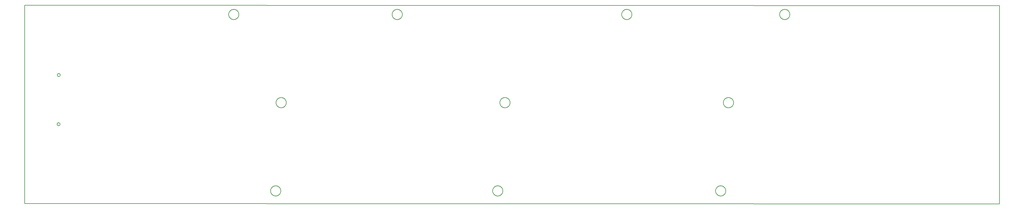
<source format=gbr>
G04 EAGLE Gerber RS-274X export*
G75*
%MOMM*%
%FSLAX34Y34*%
%LPD*%
%IN*%
%IPPOS*%
%AMOC8*
5,1,8,0,0,1.08239X$1,22.5*%
G01*
%ADD10C,0.254000*%


D10*
X-716534Y-875284D02*
X3581400Y-876300D01*
X3581400Y0D01*
X-716534Y1016D01*
X-716534Y-875284D01*
X948330Y-40001D02*
X948330Y-38739D01*
X948259Y-37478D01*
X948118Y-36223D01*
X947906Y-34979D01*
X947625Y-33748D01*
X947276Y-32535D01*
X946859Y-31343D01*
X946376Y-30176D01*
X945828Y-29039D01*
X945217Y-27934D01*
X944545Y-26865D01*
X943815Y-25835D01*
X943028Y-24848D01*
X942186Y-23907D01*
X941294Y-23014D01*
X940352Y-22172D01*
X939365Y-21385D01*
X938335Y-20655D01*
X937266Y-19983D01*
X936161Y-19372D01*
X935024Y-18824D01*
X933857Y-18341D01*
X932665Y-17924D01*
X931452Y-17575D01*
X930221Y-17294D01*
X928977Y-17082D01*
X927722Y-16941D01*
X926461Y-16870D01*
X925199Y-16870D01*
X923938Y-16941D01*
X922683Y-17082D01*
X921439Y-17294D01*
X920208Y-17575D01*
X918995Y-17924D01*
X917803Y-18341D01*
X916636Y-18824D01*
X915499Y-19372D01*
X914394Y-19983D01*
X913325Y-20655D01*
X912295Y-21385D01*
X911308Y-22172D01*
X910367Y-23014D01*
X909474Y-23907D01*
X908632Y-24848D01*
X907845Y-25835D01*
X907115Y-26865D01*
X906443Y-27934D01*
X905832Y-29039D01*
X905284Y-30176D01*
X904801Y-31343D01*
X904384Y-32535D01*
X904035Y-33748D01*
X903754Y-34979D01*
X903542Y-36223D01*
X903401Y-37478D01*
X903330Y-38739D01*
X903330Y-40001D01*
X903401Y-41262D01*
X903542Y-42517D01*
X903754Y-43761D01*
X904035Y-44992D01*
X904384Y-46205D01*
X904801Y-47397D01*
X905284Y-48564D01*
X905832Y-49701D01*
X906443Y-50806D01*
X907115Y-51875D01*
X907845Y-52905D01*
X908632Y-53892D01*
X909474Y-54834D01*
X910367Y-55726D01*
X911308Y-56568D01*
X912295Y-57355D01*
X913325Y-58085D01*
X914394Y-58757D01*
X915499Y-59368D01*
X916636Y-59916D01*
X917803Y-60399D01*
X918995Y-60816D01*
X920208Y-61165D01*
X921439Y-61446D01*
X922683Y-61658D01*
X923938Y-61799D01*
X925199Y-61870D01*
X926461Y-61870D01*
X927722Y-61799D01*
X928977Y-61658D01*
X930221Y-61446D01*
X931452Y-61165D01*
X932665Y-60816D01*
X933857Y-60399D01*
X935024Y-59916D01*
X936161Y-59368D01*
X937266Y-58757D01*
X938335Y-58085D01*
X939365Y-57355D01*
X940352Y-56568D01*
X941294Y-55726D01*
X942186Y-54834D01*
X943028Y-53892D01*
X943815Y-52905D01*
X944545Y-51875D01*
X945217Y-50806D01*
X945828Y-49701D01*
X946376Y-48564D01*
X946859Y-47397D01*
X947276Y-46205D01*
X947625Y-44992D01*
X947906Y-43761D01*
X948118Y-42517D01*
X948259Y-41262D01*
X948330Y-40001D01*
X1960520Y-40001D02*
X1960520Y-38739D01*
X1960449Y-37478D01*
X1960308Y-36223D01*
X1960096Y-34979D01*
X1959815Y-33748D01*
X1959466Y-32535D01*
X1959049Y-31343D01*
X1958566Y-30176D01*
X1958018Y-29039D01*
X1957407Y-27934D01*
X1956735Y-26865D01*
X1956005Y-25835D01*
X1955218Y-24848D01*
X1954376Y-23907D01*
X1953484Y-23014D01*
X1952542Y-22172D01*
X1951555Y-21385D01*
X1950525Y-20655D01*
X1949456Y-19983D01*
X1948351Y-19372D01*
X1947214Y-18824D01*
X1946047Y-18341D01*
X1944855Y-17924D01*
X1943642Y-17575D01*
X1942411Y-17294D01*
X1941167Y-17082D01*
X1939912Y-16941D01*
X1938651Y-16870D01*
X1937389Y-16870D01*
X1936128Y-16941D01*
X1934873Y-17082D01*
X1933629Y-17294D01*
X1932398Y-17575D01*
X1931185Y-17924D01*
X1929993Y-18341D01*
X1928826Y-18824D01*
X1927689Y-19372D01*
X1926584Y-19983D01*
X1925515Y-20655D01*
X1924485Y-21385D01*
X1923498Y-22172D01*
X1922557Y-23014D01*
X1921664Y-23907D01*
X1920822Y-24848D01*
X1920035Y-25835D01*
X1919305Y-26865D01*
X1918633Y-27934D01*
X1918022Y-29039D01*
X1917474Y-30176D01*
X1916991Y-31343D01*
X1916574Y-32535D01*
X1916225Y-33748D01*
X1915944Y-34979D01*
X1915732Y-36223D01*
X1915591Y-37478D01*
X1915520Y-38739D01*
X1915520Y-40001D01*
X1915591Y-41262D01*
X1915732Y-42517D01*
X1915944Y-43761D01*
X1916225Y-44992D01*
X1916574Y-46205D01*
X1916991Y-47397D01*
X1917474Y-48564D01*
X1918022Y-49701D01*
X1918633Y-50806D01*
X1919305Y-51875D01*
X1920035Y-52905D01*
X1920822Y-53892D01*
X1921664Y-54834D01*
X1922557Y-55726D01*
X1923498Y-56568D01*
X1924485Y-57355D01*
X1925515Y-58085D01*
X1926584Y-58757D01*
X1927689Y-59368D01*
X1928826Y-59916D01*
X1929993Y-60399D01*
X1931185Y-60816D01*
X1932398Y-61165D01*
X1933629Y-61446D01*
X1934873Y-61658D01*
X1936128Y-61799D01*
X1937389Y-61870D01*
X1938651Y-61870D01*
X1939912Y-61799D01*
X1941167Y-61658D01*
X1942411Y-61446D01*
X1943642Y-61165D01*
X1944855Y-60816D01*
X1946047Y-60399D01*
X1947214Y-59916D01*
X1948351Y-59368D01*
X1949456Y-58757D01*
X1950525Y-58085D01*
X1951555Y-57355D01*
X1952542Y-56568D01*
X1953484Y-55726D01*
X1954376Y-54834D01*
X1955218Y-53892D01*
X1956005Y-52905D01*
X1956735Y-51875D01*
X1957407Y-50806D01*
X1958018Y-49701D01*
X1958566Y-48564D01*
X1959049Y-47397D01*
X1959466Y-46205D01*
X1959815Y-44992D01*
X1960096Y-43761D01*
X1960308Y-42517D01*
X1960449Y-41262D01*
X1960520Y-40001D01*
X2656988Y-40001D02*
X2656988Y-38739D01*
X2656917Y-37478D01*
X2656776Y-36223D01*
X2656564Y-34979D01*
X2656283Y-33748D01*
X2655934Y-32535D01*
X2655517Y-31343D01*
X2655034Y-30176D01*
X2654486Y-29039D01*
X2653875Y-27934D01*
X2653203Y-26865D01*
X2652473Y-25835D01*
X2651686Y-24848D01*
X2650844Y-23907D01*
X2649952Y-23014D01*
X2649010Y-22172D01*
X2648023Y-21385D01*
X2646993Y-20655D01*
X2645924Y-19983D01*
X2644819Y-19372D01*
X2643682Y-18824D01*
X2642515Y-18341D01*
X2641323Y-17924D01*
X2640110Y-17575D01*
X2638879Y-17294D01*
X2637635Y-17082D01*
X2636380Y-16941D01*
X2635119Y-16870D01*
X2633857Y-16870D01*
X2632596Y-16941D01*
X2631341Y-17082D01*
X2630097Y-17294D01*
X2628866Y-17575D01*
X2627653Y-17924D01*
X2626461Y-18341D01*
X2625294Y-18824D01*
X2624157Y-19372D01*
X2623052Y-19983D01*
X2621983Y-20655D01*
X2620953Y-21385D01*
X2619966Y-22172D01*
X2619025Y-23014D01*
X2618132Y-23907D01*
X2617290Y-24848D01*
X2616503Y-25835D01*
X2615773Y-26865D01*
X2615101Y-27934D01*
X2614490Y-29039D01*
X2613942Y-30176D01*
X2613459Y-31343D01*
X2613042Y-32535D01*
X2612693Y-33748D01*
X2612412Y-34979D01*
X2612200Y-36223D01*
X2612059Y-37478D01*
X2611988Y-38739D01*
X2611988Y-40001D01*
X2612059Y-41262D01*
X2612200Y-42517D01*
X2612412Y-43761D01*
X2612693Y-44992D01*
X2613042Y-46205D01*
X2613459Y-47397D01*
X2613942Y-48564D01*
X2614490Y-49701D01*
X2615101Y-50806D01*
X2615773Y-51875D01*
X2616503Y-52905D01*
X2617290Y-53892D01*
X2618132Y-54834D01*
X2619025Y-55726D01*
X2619966Y-56568D01*
X2620953Y-57355D01*
X2621983Y-58085D01*
X2623052Y-58757D01*
X2624157Y-59368D01*
X2625294Y-59916D01*
X2626461Y-60399D01*
X2627653Y-60816D01*
X2628866Y-61165D01*
X2630097Y-61446D01*
X2631341Y-61658D01*
X2632596Y-61799D01*
X2633857Y-61870D01*
X2635119Y-61870D01*
X2636380Y-61799D01*
X2637635Y-61658D01*
X2638879Y-61446D01*
X2640110Y-61165D01*
X2641323Y-60816D01*
X2642515Y-60399D01*
X2643682Y-59916D01*
X2644819Y-59368D01*
X2645924Y-58757D01*
X2646993Y-58085D01*
X2648023Y-57355D01*
X2649010Y-56568D01*
X2649952Y-55726D01*
X2650844Y-54834D01*
X2651686Y-53892D01*
X2652473Y-52905D01*
X2653203Y-51875D01*
X2653875Y-50806D01*
X2654486Y-49701D01*
X2655034Y-48564D01*
X2655517Y-47397D01*
X2655934Y-46205D01*
X2656283Y-44992D01*
X2656564Y-43761D01*
X2656776Y-42517D01*
X2656917Y-41262D01*
X2656988Y-40001D01*
X436520Y-429891D02*
X436520Y-428629D01*
X436449Y-427368D01*
X436308Y-426113D01*
X436096Y-424869D01*
X435815Y-423638D01*
X435466Y-422425D01*
X435049Y-421233D01*
X434566Y-420066D01*
X434018Y-418929D01*
X433407Y-417824D01*
X432735Y-416755D01*
X432005Y-415725D01*
X431218Y-414738D01*
X430376Y-413797D01*
X429484Y-412904D01*
X428542Y-412062D01*
X427555Y-411275D01*
X426525Y-410545D01*
X425456Y-409873D01*
X424351Y-409262D01*
X423214Y-408714D01*
X422047Y-408231D01*
X420855Y-407814D01*
X419642Y-407465D01*
X418411Y-407184D01*
X417167Y-406972D01*
X415912Y-406831D01*
X414651Y-406760D01*
X413389Y-406760D01*
X412128Y-406831D01*
X410873Y-406972D01*
X409629Y-407184D01*
X408398Y-407465D01*
X407185Y-407814D01*
X405993Y-408231D01*
X404826Y-408714D01*
X403689Y-409262D01*
X402584Y-409873D01*
X401515Y-410545D01*
X400485Y-411275D01*
X399498Y-412062D01*
X398557Y-412904D01*
X397664Y-413797D01*
X396822Y-414738D01*
X396035Y-415725D01*
X395305Y-416755D01*
X394633Y-417824D01*
X394022Y-418929D01*
X393474Y-420066D01*
X392991Y-421233D01*
X392574Y-422425D01*
X392225Y-423638D01*
X391944Y-424869D01*
X391732Y-426113D01*
X391591Y-427368D01*
X391520Y-428629D01*
X391520Y-429891D01*
X391591Y-431152D01*
X391732Y-432407D01*
X391944Y-433651D01*
X392225Y-434882D01*
X392574Y-436095D01*
X392991Y-437287D01*
X393474Y-438454D01*
X394022Y-439591D01*
X394633Y-440696D01*
X395305Y-441765D01*
X396035Y-442795D01*
X396822Y-443782D01*
X397664Y-444724D01*
X398557Y-445616D01*
X399498Y-446458D01*
X400485Y-447245D01*
X401515Y-447975D01*
X402584Y-448647D01*
X403689Y-449258D01*
X404826Y-449806D01*
X405993Y-450289D01*
X407185Y-450706D01*
X408398Y-451055D01*
X409629Y-451336D01*
X410873Y-451548D01*
X412128Y-451689D01*
X413389Y-451760D01*
X414651Y-451760D01*
X415912Y-451689D01*
X417167Y-451548D01*
X418411Y-451336D01*
X419642Y-451055D01*
X420855Y-450706D01*
X422047Y-450289D01*
X423214Y-449806D01*
X424351Y-449258D01*
X425456Y-448647D01*
X426525Y-447975D01*
X427555Y-447245D01*
X428542Y-446458D01*
X429484Y-445616D01*
X430376Y-444724D01*
X431218Y-443782D01*
X432005Y-442795D01*
X432735Y-441765D01*
X433407Y-440696D01*
X434018Y-439591D01*
X434566Y-438454D01*
X435049Y-437287D01*
X435466Y-436095D01*
X435815Y-434882D01*
X436096Y-433651D01*
X436308Y-432407D01*
X436449Y-431152D01*
X436520Y-429891D01*
X227478Y-40001D02*
X227478Y-38739D01*
X227407Y-37478D01*
X227266Y-36223D01*
X227054Y-34979D01*
X226773Y-33748D01*
X226424Y-32535D01*
X226007Y-31343D01*
X225524Y-30176D01*
X224976Y-29039D01*
X224365Y-27934D01*
X223693Y-26865D01*
X222963Y-25835D01*
X222176Y-24848D01*
X221334Y-23907D01*
X220442Y-23014D01*
X219500Y-22172D01*
X218513Y-21385D01*
X217483Y-20655D01*
X216414Y-19983D01*
X215309Y-19372D01*
X214172Y-18824D01*
X213005Y-18341D01*
X211813Y-17924D01*
X210600Y-17575D01*
X209369Y-17294D01*
X208125Y-17082D01*
X206870Y-16941D01*
X205609Y-16870D01*
X204347Y-16870D01*
X203086Y-16941D01*
X201831Y-17082D01*
X200587Y-17294D01*
X199356Y-17575D01*
X198143Y-17924D01*
X196951Y-18341D01*
X195784Y-18824D01*
X194647Y-19372D01*
X193542Y-19983D01*
X192473Y-20655D01*
X191443Y-21385D01*
X190456Y-22172D01*
X189515Y-23014D01*
X188622Y-23907D01*
X187780Y-24848D01*
X186993Y-25835D01*
X186263Y-26865D01*
X185591Y-27934D01*
X184980Y-29039D01*
X184432Y-30176D01*
X183949Y-31343D01*
X183532Y-32535D01*
X183183Y-33748D01*
X182902Y-34979D01*
X182690Y-36223D01*
X182549Y-37478D01*
X182478Y-38739D01*
X182478Y-40001D01*
X182549Y-41262D01*
X182690Y-42517D01*
X182902Y-43761D01*
X183183Y-44992D01*
X183532Y-46205D01*
X183949Y-47397D01*
X184432Y-48564D01*
X184980Y-49701D01*
X185591Y-50806D01*
X186263Y-51875D01*
X186993Y-52905D01*
X187780Y-53892D01*
X188622Y-54834D01*
X189515Y-55726D01*
X190456Y-56568D01*
X191443Y-57355D01*
X192473Y-58085D01*
X193542Y-58757D01*
X194647Y-59368D01*
X195784Y-59916D01*
X196951Y-60399D01*
X198143Y-60816D01*
X199356Y-61165D01*
X200587Y-61446D01*
X201831Y-61658D01*
X203086Y-61799D01*
X204347Y-61870D01*
X205609Y-61870D01*
X206870Y-61799D01*
X208125Y-61658D01*
X209369Y-61446D01*
X210600Y-61165D01*
X211813Y-60816D01*
X213005Y-60399D01*
X214172Y-59916D01*
X215309Y-59368D01*
X216414Y-58757D01*
X217483Y-58085D01*
X218513Y-57355D01*
X219500Y-56568D01*
X220442Y-55726D01*
X221334Y-54834D01*
X222176Y-53892D01*
X222963Y-52905D01*
X223693Y-51875D01*
X224365Y-50806D01*
X224976Y-49701D01*
X225524Y-48564D01*
X226007Y-47397D01*
X226424Y-46205D01*
X226773Y-44992D01*
X227054Y-43761D01*
X227266Y-42517D01*
X227407Y-41262D01*
X227478Y-40001D01*
X1423310Y-429891D02*
X1423310Y-428629D01*
X1423239Y-427368D01*
X1423098Y-426113D01*
X1422886Y-424869D01*
X1422605Y-423638D01*
X1422256Y-422425D01*
X1421839Y-421233D01*
X1421356Y-420066D01*
X1420808Y-418929D01*
X1420197Y-417824D01*
X1419525Y-416755D01*
X1418795Y-415725D01*
X1418008Y-414738D01*
X1417166Y-413797D01*
X1416274Y-412904D01*
X1415332Y-412062D01*
X1414345Y-411275D01*
X1413315Y-410545D01*
X1412246Y-409873D01*
X1411141Y-409262D01*
X1410004Y-408714D01*
X1408837Y-408231D01*
X1407645Y-407814D01*
X1406432Y-407465D01*
X1405201Y-407184D01*
X1403957Y-406972D01*
X1402702Y-406831D01*
X1401441Y-406760D01*
X1400179Y-406760D01*
X1398918Y-406831D01*
X1397663Y-406972D01*
X1396419Y-407184D01*
X1395188Y-407465D01*
X1393975Y-407814D01*
X1392783Y-408231D01*
X1391616Y-408714D01*
X1390479Y-409262D01*
X1389374Y-409873D01*
X1388305Y-410545D01*
X1387275Y-411275D01*
X1386288Y-412062D01*
X1385347Y-412904D01*
X1384454Y-413797D01*
X1383612Y-414738D01*
X1382825Y-415725D01*
X1382095Y-416755D01*
X1381423Y-417824D01*
X1380812Y-418929D01*
X1380264Y-420066D01*
X1379781Y-421233D01*
X1379364Y-422425D01*
X1379015Y-423638D01*
X1378734Y-424869D01*
X1378522Y-426113D01*
X1378381Y-427368D01*
X1378310Y-428629D01*
X1378310Y-429891D01*
X1378381Y-431152D01*
X1378522Y-432407D01*
X1378734Y-433651D01*
X1379015Y-434882D01*
X1379364Y-436095D01*
X1379781Y-437287D01*
X1380264Y-438454D01*
X1380812Y-439591D01*
X1381423Y-440696D01*
X1382095Y-441765D01*
X1382825Y-442795D01*
X1383612Y-443782D01*
X1384454Y-444724D01*
X1385347Y-445616D01*
X1386288Y-446458D01*
X1387275Y-447245D01*
X1388305Y-447975D01*
X1389374Y-448647D01*
X1390479Y-449258D01*
X1391616Y-449806D01*
X1392783Y-450289D01*
X1393975Y-450706D01*
X1395188Y-451055D01*
X1396419Y-451336D01*
X1397663Y-451548D01*
X1398918Y-451689D01*
X1400179Y-451760D01*
X1401441Y-451760D01*
X1402702Y-451689D01*
X1403957Y-451548D01*
X1405201Y-451336D01*
X1406432Y-451055D01*
X1407645Y-450706D01*
X1408837Y-450289D01*
X1410004Y-449806D01*
X1411141Y-449258D01*
X1412246Y-448647D01*
X1413315Y-447975D01*
X1414345Y-447245D01*
X1415332Y-446458D01*
X1416274Y-445616D01*
X1417166Y-444724D01*
X1418008Y-443782D01*
X1418795Y-442795D01*
X1419525Y-441765D01*
X1420197Y-440696D01*
X1420808Y-439591D01*
X1421356Y-438454D01*
X1421839Y-437287D01*
X1422256Y-436095D01*
X1422605Y-434882D01*
X1422886Y-433651D01*
X1423098Y-432407D01*
X1423239Y-431152D01*
X1423310Y-429891D01*
X2408830Y-429891D02*
X2408830Y-428629D01*
X2408759Y-427368D01*
X2408618Y-426113D01*
X2408406Y-424869D01*
X2408125Y-423638D01*
X2407776Y-422425D01*
X2407359Y-421233D01*
X2406876Y-420066D01*
X2406328Y-418929D01*
X2405717Y-417824D01*
X2405045Y-416755D01*
X2404315Y-415725D01*
X2403528Y-414738D01*
X2402686Y-413797D01*
X2401794Y-412904D01*
X2400852Y-412062D01*
X2399865Y-411275D01*
X2398835Y-410545D01*
X2397766Y-409873D01*
X2396661Y-409262D01*
X2395524Y-408714D01*
X2394357Y-408231D01*
X2393165Y-407814D01*
X2391952Y-407465D01*
X2390721Y-407184D01*
X2389477Y-406972D01*
X2388222Y-406831D01*
X2386961Y-406760D01*
X2385699Y-406760D01*
X2384438Y-406831D01*
X2383183Y-406972D01*
X2381939Y-407184D01*
X2380708Y-407465D01*
X2379495Y-407814D01*
X2378303Y-408231D01*
X2377136Y-408714D01*
X2375999Y-409262D01*
X2374894Y-409873D01*
X2373825Y-410545D01*
X2372795Y-411275D01*
X2371808Y-412062D01*
X2370867Y-412904D01*
X2369974Y-413797D01*
X2369132Y-414738D01*
X2368345Y-415725D01*
X2367615Y-416755D01*
X2366943Y-417824D01*
X2366332Y-418929D01*
X2365784Y-420066D01*
X2365301Y-421233D01*
X2364884Y-422425D01*
X2364535Y-423638D01*
X2364254Y-424869D01*
X2364042Y-426113D01*
X2363901Y-427368D01*
X2363830Y-428629D01*
X2363830Y-429891D01*
X2363901Y-431152D01*
X2364042Y-432407D01*
X2364254Y-433651D01*
X2364535Y-434882D01*
X2364884Y-436095D01*
X2365301Y-437287D01*
X2365784Y-438454D01*
X2366332Y-439591D01*
X2366943Y-440696D01*
X2367615Y-441765D01*
X2368345Y-442795D01*
X2369132Y-443782D01*
X2369974Y-444724D01*
X2370867Y-445616D01*
X2371808Y-446458D01*
X2372795Y-447245D01*
X2373825Y-447975D01*
X2374894Y-448647D01*
X2375999Y-449258D01*
X2377136Y-449806D01*
X2378303Y-450289D01*
X2379495Y-450706D01*
X2380708Y-451055D01*
X2381939Y-451336D01*
X2383183Y-451548D01*
X2384438Y-451689D01*
X2385699Y-451760D01*
X2386961Y-451760D01*
X2388222Y-451689D01*
X2389477Y-451548D01*
X2390721Y-451336D01*
X2391952Y-451055D01*
X2393165Y-450706D01*
X2394357Y-450289D01*
X2395524Y-449806D01*
X2396661Y-449258D01*
X2397766Y-448647D01*
X2398835Y-447975D01*
X2399865Y-447245D01*
X2400852Y-446458D01*
X2401794Y-445616D01*
X2402686Y-444724D01*
X2403528Y-443782D01*
X2404315Y-442795D01*
X2405045Y-441765D01*
X2405717Y-440696D01*
X2406328Y-439591D01*
X2406876Y-438454D01*
X2407359Y-437287D01*
X2407776Y-436095D01*
X2408125Y-434882D01*
X2408406Y-433651D01*
X2408618Y-432407D01*
X2408759Y-431152D01*
X2408830Y-429891D01*
X2374540Y-819781D02*
X2374540Y-818519D01*
X2374469Y-817258D01*
X2374328Y-816003D01*
X2374116Y-814759D01*
X2373835Y-813528D01*
X2373486Y-812315D01*
X2373069Y-811123D01*
X2372586Y-809956D01*
X2372038Y-808819D01*
X2371427Y-807714D01*
X2370755Y-806645D01*
X2370025Y-805615D01*
X2369238Y-804628D01*
X2368396Y-803687D01*
X2367504Y-802794D01*
X2366562Y-801952D01*
X2365575Y-801165D01*
X2364545Y-800435D01*
X2363476Y-799763D01*
X2362371Y-799152D01*
X2361234Y-798604D01*
X2360067Y-798121D01*
X2358875Y-797704D01*
X2357662Y-797355D01*
X2356431Y-797074D01*
X2355187Y-796862D01*
X2353932Y-796721D01*
X2352671Y-796650D01*
X2351409Y-796650D01*
X2350148Y-796721D01*
X2348893Y-796862D01*
X2347649Y-797074D01*
X2346418Y-797355D01*
X2345205Y-797704D01*
X2344013Y-798121D01*
X2342846Y-798604D01*
X2341709Y-799152D01*
X2340604Y-799763D01*
X2339535Y-800435D01*
X2338505Y-801165D01*
X2337518Y-801952D01*
X2336577Y-802794D01*
X2335684Y-803687D01*
X2334842Y-804628D01*
X2334055Y-805615D01*
X2333325Y-806645D01*
X2332653Y-807714D01*
X2332042Y-808819D01*
X2331494Y-809956D01*
X2331011Y-811123D01*
X2330594Y-812315D01*
X2330245Y-813528D01*
X2329964Y-814759D01*
X2329752Y-816003D01*
X2329611Y-817258D01*
X2329540Y-818519D01*
X2329540Y-819781D01*
X2329611Y-821042D01*
X2329752Y-822297D01*
X2329964Y-823541D01*
X2330245Y-824772D01*
X2330594Y-825985D01*
X2331011Y-827177D01*
X2331494Y-828344D01*
X2332042Y-829481D01*
X2332653Y-830586D01*
X2333325Y-831655D01*
X2334055Y-832685D01*
X2334842Y-833672D01*
X2335684Y-834614D01*
X2336577Y-835506D01*
X2337518Y-836348D01*
X2338505Y-837135D01*
X2339535Y-837865D01*
X2340604Y-838537D01*
X2341709Y-839148D01*
X2342846Y-839696D01*
X2344013Y-840179D01*
X2345205Y-840596D01*
X2346418Y-840945D01*
X2347649Y-841226D01*
X2348893Y-841438D01*
X2350148Y-841579D01*
X2351409Y-841650D01*
X2352671Y-841650D01*
X2353932Y-841579D01*
X2355187Y-841438D01*
X2356431Y-841226D01*
X2357662Y-840945D01*
X2358875Y-840596D01*
X2360067Y-840179D01*
X2361234Y-839696D01*
X2362371Y-839148D01*
X2363476Y-838537D01*
X2364545Y-837865D01*
X2365575Y-837135D01*
X2366562Y-836348D01*
X2367504Y-835506D01*
X2368396Y-834614D01*
X2369238Y-833672D01*
X2370025Y-832685D01*
X2370755Y-831655D01*
X2371427Y-830586D01*
X2372038Y-829481D01*
X2372586Y-828344D01*
X2373069Y-827177D01*
X2373486Y-825985D01*
X2373835Y-824772D01*
X2374116Y-823541D01*
X2374328Y-822297D01*
X2374469Y-821042D01*
X2374540Y-819781D01*
X1391560Y-819781D02*
X1391560Y-818519D01*
X1391489Y-817258D01*
X1391348Y-816003D01*
X1391136Y-814759D01*
X1390855Y-813528D01*
X1390506Y-812315D01*
X1390089Y-811123D01*
X1389606Y-809956D01*
X1389058Y-808819D01*
X1388447Y-807714D01*
X1387775Y-806645D01*
X1387045Y-805615D01*
X1386258Y-804628D01*
X1385416Y-803687D01*
X1384524Y-802794D01*
X1383582Y-801952D01*
X1382595Y-801165D01*
X1381565Y-800435D01*
X1380496Y-799763D01*
X1379391Y-799152D01*
X1378254Y-798604D01*
X1377087Y-798121D01*
X1375895Y-797704D01*
X1374682Y-797355D01*
X1373451Y-797074D01*
X1372207Y-796862D01*
X1370952Y-796721D01*
X1369691Y-796650D01*
X1368429Y-796650D01*
X1367168Y-796721D01*
X1365913Y-796862D01*
X1364669Y-797074D01*
X1363438Y-797355D01*
X1362225Y-797704D01*
X1361033Y-798121D01*
X1359866Y-798604D01*
X1358729Y-799152D01*
X1357624Y-799763D01*
X1356555Y-800435D01*
X1355525Y-801165D01*
X1354538Y-801952D01*
X1353597Y-802794D01*
X1352704Y-803687D01*
X1351862Y-804628D01*
X1351075Y-805615D01*
X1350345Y-806645D01*
X1349673Y-807714D01*
X1349062Y-808819D01*
X1348514Y-809956D01*
X1348031Y-811123D01*
X1347614Y-812315D01*
X1347265Y-813528D01*
X1346984Y-814759D01*
X1346772Y-816003D01*
X1346631Y-817258D01*
X1346560Y-818519D01*
X1346560Y-819781D01*
X1346631Y-821042D01*
X1346772Y-822297D01*
X1346984Y-823541D01*
X1347265Y-824772D01*
X1347614Y-825985D01*
X1348031Y-827177D01*
X1348514Y-828344D01*
X1349062Y-829481D01*
X1349673Y-830586D01*
X1350345Y-831655D01*
X1351075Y-832685D01*
X1351862Y-833672D01*
X1352704Y-834614D01*
X1353597Y-835506D01*
X1354538Y-836348D01*
X1355525Y-837135D01*
X1356555Y-837865D01*
X1357624Y-838537D01*
X1358729Y-839148D01*
X1359866Y-839696D01*
X1361033Y-840179D01*
X1362225Y-840596D01*
X1363438Y-840945D01*
X1364669Y-841226D01*
X1365913Y-841438D01*
X1367168Y-841579D01*
X1368429Y-841650D01*
X1369691Y-841650D01*
X1370952Y-841579D01*
X1372207Y-841438D01*
X1373451Y-841226D01*
X1374682Y-840945D01*
X1375895Y-840596D01*
X1377087Y-840179D01*
X1378254Y-839696D01*
X1379391Y-839148D01*
X1380496Y-838537D01*
X1381565Y-837865D01*
X1382595Y-837135D01*
X1383582Y-836348D01*
X1384524Y-835506D01*
X1385416Y-834614D01*
X1386258Y-833672D01*
X1387045Y-832685D01*
X1387775Y-831655D01*
X1388447Y-830586D01*
X1389058Y-829481D01*
X1389606Y-828344D01*
X1390089Y-827177D01*
X1390506Y-825985D01*
X1390855Y-824772D01*
X1391136Y-823541D01*
X1391348Y-822297D01*
X1391489Y-821042D01*
X1391560Y-819781D01*
X412390Y-819781D02*
X412390Y-818519D01*
X412319Y-817258D01*
X412178Y-816003D01*
X411966Y-814759D01*
X411685Y-813528D01*
X411336Y-812315D01*
X410919Y-811123D01*
X410436Y-809956D01*
X409888Y-808819D01*
X409277Y-807714D01*
X408605Y-806645D01*
X407875Y-805615D01*
X407088Y-804628D01*
X406246Y-803687D01*
X405354Y-802794D01*
X404412Y-801952D01*
X403425Y-801165D01*
X402395Y-800435D01*
X401326Y-799763D01*
X400221Y-799152D01*
X399084Y-798604D01*
X397917Y-798121D01*
X396725Y-797704D01*
X395512Y-797355D01*
X394281Y-797074D01*
X393037Y-796862D01*
X391782Y-796721D01*
X390521Y-796650D01*
X389259Y-796650D01*
X387998Y-796721D01*
X386743Y-796862D01*
X385499Y-797074D01*
X384268Y-797355D01*
X383055Y-797704D01*
X381863Y-798121D01*
X380696Y-798604D01*
X379559Y-799152D01*
X378454Y-799763D01*
X377385Y-800435D01*
X376355Y-801165D01*
X375368Y-801952D01*
X374427Y-802794D01*
X373534Y-803687D01*
X372692Y-804628D01*
X371905Y-805615D01*
X371175Y-806645D01*
X370503Y-807714D01*
X369892Y-808819D01*
X369344Y-809956D01*
X368861Y-811123D01*
X368444Y-812315D01*
X368095Y-813528D01*
X367814Y-814759D01*
X367602Y-816003D01*
X367461Y-817258D01*
X367390Y-818519D01*
X367390Y-819781D01*
X367461Y-821042D01*
X367602Y-822297D01*
X367814Y-823541D01*
X368095Y-824772D01*
X368444Y-825985D01*
X368861Y-827177D01*
X369344Y-828344D01*
X369892Y-829481D01*
X370503Y-830586D01*
X371175Y-831655D01*
X371905Y-832685D01*
X372692Y-833672D01*
X373534Y-834614D01*
X374427Y-835506D01*
X375368Y-836348D01*
X376355Y-837135D01*
X377385Y-837865D01*
X378454Y-838537D01*
X379559Y-839148D01*
X380696Y-839696D01*
X381863Y-840179D01*
X383055Y-840596D01*
X384268Y-840945D01*
X385499Y-841226D01*
X386743Y-841438D01*
X387998Y-841579D01*
X389259Y-841650D01*
X390521Y-841650D01*
X391782Y-841579D01*
X393037Y-841438D01*
X394281Y-841226D01*
X395512Y-840945D01*
X396725Y-840596D01*
X397917Y-840179D01*
X399084Y-839696D01*
X400221Y-839148D01*
X401326Y-838537D01*
X402395Y-837865D01*
X403425Y-837135D01*
X404412Y-836348D01*
X405354Y-835506D01*
X406246Y-834614D01*
X407088Y-833672D01*
X407875Y-832685D01*
X408605Y-831655D01*
X409277Y-830586D01*
X409888Y-829481D01*
X410436Y-828344D01*
X410919Y-827177D01*
X411336Y-825985D01*
X411685Y-824772D01*
X411966Y-823541D01*
X412178Y-822297D01*
X412319Y-821042D01*
X412390Y-819781D01*
X-559920Y-307340D02*
X-559983Y-307976D01*
X-560107Y-308602D01*
X-560293Y-309213D01*
X-560537Y-309803D01*
X-560838Y-310367D01*
X-561193Y-310898D01*
X-561598Y-311391D01*
X-562050Y-311843D01*
X-562543Y-312248D01*
X-563074Y-312603D01*
X-563638Y-312904D01*
X-564228Y-313148D01*
X-564839Y-313334D01*
X-565465Y-313458D01*
X-566101Y-313521D01*
X-566739Y-313521D01*
X-567375Y-313458D01*
X-568001Y-313334D01*
X-568612Y-313148D01*
X-569202Y-312904D01*
X-569766Y-312603D01*
X-570297Y-312248D01*
X-570790Y-311843D01*
X-571242Y-311391D01*
X-571647Y-310898D01*
X-572002Y-310367D01*
X-572303Y-309803D01*
X-572547Y-309213D01*
X-572733Y-308602D01*
X-572857Y-307976D01*
X-572920Y-307340D01*
X-572920Y-306702D01*
X-572857Y-306066D01*
X-572733Y-305440D01*
X-572547Y-304829D01*
X-572303Y-304239D01*
X-572002Y-303675D01*
X-571647Y-303144D01*
X-571242Y-302651D01*
X-570790Y-302199D01*
X-570297Y-301794D01*
X-569766Y-301439D01*
X-569202Y-301138D01*
X-568612Y-300894D01*
X-568001Y-300708D01*
X-567375Y-300584D01*
X-566739Y-300521D01*
X-566101Y-300521D01*
X-565465Y-300584D01*
X-564839Y-300708D01*
X-564228Y-300894D01*
X-563638Y-301138D01*
X-563074Y-301439D01*
X-562543Y-301794D01*
X-562050Y-302199D01*
X-561598Y-302651D01*
X-561193Y-303144D01*
X-560838Y-303675D01*
X-560537Y-304239D01*
X-560293Y-304829D01*
X-560107Y-305440D01*
X-559983Y-306066D01*
X-559920Y-306702D01*
X-559920Y-307340D01*
X-560936Y-524764D02*
X-560999Y-525400D01*
X-561123Y-526026D01*
X-561309Y-526637D01*
X-561553Y-527227D01*
X-561854Y-527791D01*
X-562209Y-528322D01*
X-562614Y-528815D01*
X-563066Y-529267D01*
X-563559Y-529672D01*
X-564090Y-530027D01*
X-564654Y-530328D01*
X-565244Y-530572D01*
X-565855Y-530758D01*
X-566481Y-530882D01*
X-567117Y-530945D01*
X-567755Y-530945D01*
X-568391Y-530882D01*
X-569017Y-530758D01*
X-569628Y-530572D01*
X-570218Y-530328D01*
X-570782Y-530027D01*
X-571313Y-529672D01*
X-571806Y-529267D01*
X-572258Y-528815D01*
X-572663Y-528322D01*
X-573018Y-527791D01*
X-573319Y-527227D01*
X-573563Y-526637D01*
X-573749Y-526026D01*
X-573873Y-525400D01*
X-573936Y-524764D01*
X-573936Y-524126D01*
X-573873Y-523490D01*
X-573749Y-522864D01*
X-573563Y-522253D01*
X-573319Y-521663D01*
X-573018Y-521099D01*
X-572663Y-520568D01*
X-572258Y-520075D01*
X-571806Y-519623D01*
X-571313Y-519218D01*
X-570782Y-518863D01*
X-570218Y-518562D01*
X-569628Y-518318D01*
X-569017Y-518132D01*
X-568391Y-518008D01*
X-567755Y-517945D01*
X-567117Y-517945D01*
X-566481Y-518008D01*
X-565855Y-518132D01*
X-565244Y-518318D01*
X-564654Y-518562D01*
X-564090Y-518863D01*
X-563559Y-519218D01*
X-563066Y-519623D01*
X-562614Y-520075D01*
X-562209Y-520568D01*
X-561854Y-521099D01*
X-561553Y-521663D01*
X-561309Y-522253D01*
X-561123Y-522864D01*
X-560999Y-523490D01*
X-560936Y-524126D01*
X-560936Y-524764D01*
M02*

</source>
